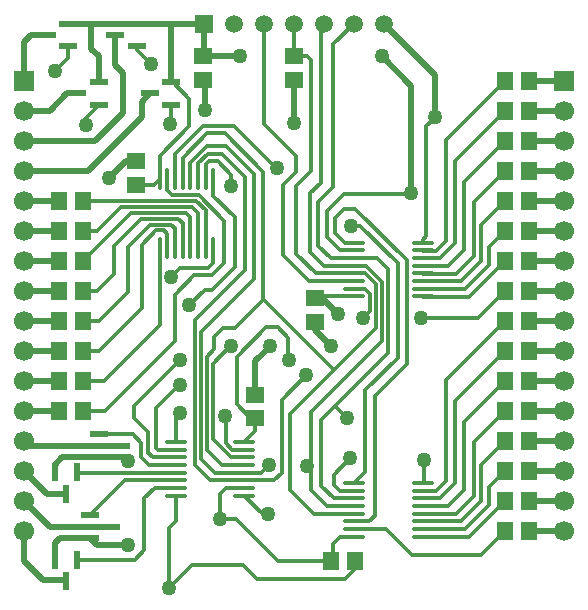
<source format=gtl>
%FSLAX43Y43*%
%MOMM*%
G71*
G01*
G75*
G04 Layer_Physical_Order=1*
G04 Layer_Color=255*
%ADD10R,1.500X1.400*%
%ADD11R,1.600X0.600*%
%ADD12R,0.600X1.600*%
%ADD13R,1.400X1.500*%
%ADD14O,2.000X0.350*%
%ADD15O,0.350X2.000*%
%ADD16C,0.300*%
%ADD17C,0.500*%
%ADD18R,1.700X1.700*%
%ADD19C,1.700*%
%ADD20C,1.500*%
%ADD21R,1.500X1.500*%
%ADD22C,1.270*%
D10*
X21700Y17510D02*
D03*
Y15510D02*
D03*
X11610Y37280D02*
D03*
Y35280D02*
D03*
X24970Y46150D02*
D03*
Y44150D02*
D03*
X26750Y23650D02*
D03*
Y25650D02*
D03*
X17310Y44150D02*
D03*
Y46150D02*
D03*
D11*
X9870Y47960D02*
D03*
X11670Y48910D02*
D03*
Y47010D02*
D03*
X4070Y47960D02*
D03*
X5870Y48910D02*
D03*
Y47010D02*
D03*
X6660Y43000D02*
D03*
X8460Y43950D02*
D03*
Y42050D02*
D03*
X12810Y43000D02*
D03*
X14610Y43950D02*
D03*
Y42050D02*
D03*
X10320Y13180D02*
D03*
X8520Y12230D02*
D03*
Y14130D02*
D03*
X9540Y6320D02*
D03*
X7740Y5370D02*
D03*
Y7270D02*
D03*
D12*
X5670Y9120D02*
D03*
X4720Y10920D02*
D03*
X6620D02*
D03*
X5690Y1730D02*
D03*
X4740Y3530D02*
D03*
X6640D02*
D03*
D13*
X44860Y11030D02*
D03*
X42860D02*
D03*
X44860Y8490D02*
D03*
X42860D02*
D03*
X44860Y18650D02*
D03*
X42860D02*
D03*
X7140Y28810D02*
D03*
X5140D02*
D03*
X7140Y31350D02*
D03*
X5140D02*
D03*
X7140Y33890D02*
D03*
X5140D02*
D03*
X30170Y3450D02*
D03*
X28170D02*
D03*
X44860Y41510D02*
D03*
Y38990D02*
D03*
Y36430D02*
D03*
Y33890D02*
D03*
Y31350D02*
D03*
Y28810D02*
D03*
Y26270D02*
D03*
Y5950D02*
D03*
Y13570D02*
D03*
Y16110D02*
D03*
Y21190D02*
D03*
Y23730D02*
D03*
Y44050D02*
D03*
X42860D02*
D03*
Y41510D02*
D03*
Y38990D02*
D03*
Y36430D02*
D03*
Y33890D02*
D03*
Y31350D02*
D03*
Y28810D02*
D03*
Y26270D02*
D03*
Y23730D02*
D03*
Y21190D02*
D03*
Y16110D02*
D03*
Y13570D02*
D03*
Y5950D02*
D03*
X7140Y26270D02*
D03*
Y23730D02*
D03*
Y21190D02*
D03*
Y18650D02*
D03*
Y16110D02*
D03*
X5140Y23730D02*
D03*
Y21190D02*
D03*
Y18650D02*
D03*
Y16110D02*
D03*
Y26270D02*
D03*
D14*
X30100Y10015D02*
D03*
Y9365D02*
D03*
Y8715D02*
D03*
Y8065D02*
D03*
Y7415D02*
D03*
Y6765D02*
D03*
Y6115D02*
D03*
Y5465D02*
D03*
X35900Y10015D02*
D03*
Y9365D02*
D03*
Y8715D02*
D03*
Y8065D02*
D03*
Y7415D02*
D03*
Y6765D02*
D03*
Y6115D02*
D03*
Y5465D02*
D03*
X20790Y8935D02*
D03*
Y9585D02*
D03*
Y10235D02*
D03*
Y10885D02*
D03*
Y11535D02*
D03*
Y12185D02*
D03*
Y12835D02*
D03*
Y13485D02*
D03*
X14990Y8935D02*
D03*
Y9585D02*
D03*
Y10235D02*
D03*
Y10885D02*
D03*
Y11535D02*
D03*
Y12185D02*
D03*
Y12835D02*
D03*
Y13485D02*
D03*
X30090Y30365D02*
D03*
Y29715D02*
D03*
Y29065D02*
D03*
Y28415D02*
D03*
Y27765D02*
D03*
Y27115D02*
D03*
Y26465D02*
D03*
Y25815D02*
D03*
X35890Y30365D02*
D03*
Y29715D02*
D03*
Y29065D02*
D03*
Y28415D02*
D03*
Y27765D02*
D03*
Y27115D02*
D03*
Y26465D02*
D03*
Y25815D02*
D03*
D15*
X18175Y35750D02*
D03*
X17525D02*
D03*
X16875D02*
D03*
X16225D02*
D03*
X15575D02*
D03*
X14925D02*
D03*
X14275D02*
D03*
X13625D02*
D03*
X18175Y29950D02*
D03*
X17525D02*
D03*
X16875D02*
D03*
X16225D02*
D03*
X15575D02*
D03*
X14925D02*
D03*
X14275D02*
D03*
X13625D02*
D03*
D16*
X26090Y11270D02*
Y11440D01*
X26050Y11230D02*
X26090Y11270D01*
X26050Y11230D02*
X26430D01*
X18720Y6970D02*
X20100D01*
X18720Y7090D02*
Y9040D01*
X20100Y6970D02*
X23650Y3420D01*
X28260D01*
X26915Y25815D02*
X30090D01*
X24585Y20345D02*
X24640Y20400D01*
X24510Y20420D02*
X24585Y20345D01*
X24510Y20420D02*
Y22300D01*
X23610Y23200D02*
X24510Y22300D01*
X24570Y20400D02*
X24640D01*
X22460Y25500D02*
X28365Y19595D01*
X22410Y25500D02*
X22460D01*
X22640Y23200D02*
X23610D01*
X20130Y20690D02*
X22640Y23200D01*
X18990Y23130D02*
X20020D01*
X18220Y22360D02*
X18990Y23130D01*
X18220Y21330D02*
Y22360D01*
X20020Y23130D02*
X22400Y25510D01*
X17590Y20700D02*
X18220Y21330D01*
X17590Y12840D02*
Y20700D01*
X17090Y12060D02*
Y22800D01*
X16590Y11560D02*
Y23790D01*
X20130Y16690D02*
Y20690D01*
X22410Y25500D02*
Y36380D01*
X35890Y30365D02*
Y30610D01*
X36020Y10135D02*
Y11950D01*
X30260Y2810D02*
Y3420D01*
X28850Y5450D02*
X29925D01*
X28270Y4870D02*
X28850Y5450D01*
X28270Y3430D02*
Y4870D01*
X14990Y6770D02*
Y8935D01*
X14440Y6220D02*
X14990Y6770D01*
X14440Y1130D02*
Y6220D01*
X26430Y11230D02*
Y16070D01*
Y9400D02*
Y11230D01*
X20790Y10885D02*
X22215D01*
X22840Y11510D01*
X26430Y16070D02*
X32440Y22080D01*
X26430Y9400D02*
X27765Y8065D01*
X18100Y20100D02*
X19600Y21600D01*
X18100Y13760D02*
Y20100D01*
X16590Y23790D02*
X20840Y28040D01*
X16590Y11560D02*
X17915Y10235D01*
X17090Y22800D02*
X21590Y27300D01*
X17090Y12060D02*
X18265Y10885D01*
X17590Y12840D02*
X18895Y11535D01*
X21700Y15510D02*
X21700Y15510D01*
X21310Y15510D02*
X21700D01*
X20130Y16690D02*
X21310Y15510D01*
X19200Y13367D02*
Y15400D01*
Y13367D02*
X19732Y12835D01*
X20790Y13485D02*
X21700Y14395D01*
Y15510D01*
X28505Y16555D02*
X32960Y21010D01*
X27300Y15350D02*
X28505Y16555D01*
X20790Y10235D02*
X23305D01*
X23960Y10890D01*
Y17070D01*
X26050Y19160D01*
X28505Y16555D02*
X29510Y15550D01*
X19235Y9585D02*
X20790D01*
X13290Y16340D02*
X15310Y18360D01*
X13290Y12990D02*
Y16340D01*
X17525Y35750D02*
Y37031D01*
X17764Y37270D01*
X18550D01*
X19690Y36130D01*
Y35200D02*
Y36130D01*
X20840Y28040D02*
Y35950D01*
X18900Y37890D02*
X20840Y35950D01*
X17677Y37890D02*
X18900D01*
X21590Y27300D02*
Y36190D01*
X19270Y38510D02*
X21590Y36190D01*
X17590Y38510D02*
X19270D01*
X19150Y39640D02*
X22410Y36380D01*
X17670Y39640D02*
X19150D01*
X15575Y37545D02*
X17670Y39640D01*
X15575Y35750D02*
Y37545D01*
X17300Y40240D02*
X19920D01*
X14950Y37890D02*
X17300Y40240D01*
X14950Y35775D02*
Y37890D01*
X19920Y40240D02*
X23580Y36580D01*
X16875Y37088D02*
X17677Y37890D01*
X16225Y37145D02*
X17590Y38510D01*
X14925Y35750D02*
X14950Y35775D01*
X25180Y36360D02*
Y37720D01*
X22460Y40440D02*
X25180Y37720D01*
X22460Y40440D02*
Y48910D01*
X18175Y28665D02*
Y29950D01*
X17710Y28200D02*
X18175Y28665D01*
X15350Y28200D02*
X17710D01*
X14620Y27470D02*
X15350Y28200D01*
X37860Y39050D02*
X42860Y44050D01*
X37860Y30520D02*
Y39050D01*
X37025Y29685D02*
X37860Y30520D01*
X24650Y15880D02*
X31940Y23170D01*
X28370Y10730D02*
X29760Y12120D01*
X28855Y9365D02*
X30100D01*
X28370Y9850D02*
X28855Y9365D01*
X28370Y9850D02*
Y10730D01*
X28375Y8715D02*
X30100D01*
X27300Y9790D02*
X28375Y8715D01*
X27300Y9790D02*
Y15350D01*
X31020Y17850D02*
X33800Y20630D01*
X31020Y10935D02*
Y17850D01*
X30100Y10015D02*
X31020Y10935D01*
X31375Y6765D02*
X31840Y7230D01*
Y17420D01*
X34540Y20120D01*
X29210Y34520D02*
X34880D01*
X27760Y33070D02*
X29210Y34520D01*
X27760Y30850D02*
Y33070D01*
Y30850D02*
X28895Y29715D01*
X30090D01*
X29285Y30365D02*
X30090D01*
X28440Y31210D02*
X29285Y30365D01*
X28440Y31210D02*
Y32440D01*
X29230Y33230D01*
X30170D01*
X29820Y31810D02*
X30610D01*
X14610Y40460D02*
Y42050D01*
X14540Y40390D02*
X14610Y40460D01*
X16130Y40210D02*
Y42570D01*
X13625Y37705D02*
X16130Y40210D01*
X22355Y7370D02*
X22770D01*
X20790Y8935D02*
X22355Y7370D01*
X33800Y20630D02*
Y28620D01*
X30610Y31810D02*
X33800Y28620D01*
X34540Y20120D02*
Y28860D01*
X30170Y33230D02*
X34540Y28860D01*
X27060Y33820D02*
X28320Y35080D01*
X27060Y30100D02*
Y33820D01*
Y30100D02*
X28095Y29065D01*
X26080Y46150D02*
X26440Y45790D01*
Y36440D02*
Y45790D01*
X25190Y35190D02*
X26440Y36440D01*
X27260Y48630D02*
X27540Y48910D01*
X27260Y35460D02*
Y48630D01*
X26340Y34540D02*
X27260Y35460D01*
X28320Y47150D02*
X30080Y48910D01*
X28320Y35080D02*
Y47150D01*
X25190Y29420D02*
Y35190D01*
X26340Y29580D02*
Y34540D01*
X26305Y27115D02*
X30090D01*
X24070Y29350D02*
X26305Y27115D01*
X24070Y29350D02*
Y35250D01*
X25180Y36360D01*
X26845Y27765D02*
X30090D01*
X25190Y29420D02*
X26845Y27765D01*
X32055Y29065D02*
X32960Y28160D01*
Y21010D02*
Y28160D01*
X31120Y28390D02*
X32440Y27070D01*
Y22080D02*
Y27070D01*
X31007Y27765D02*
X31940Y26832D01*
Y23170D02*
Y26832D01*
X31007Y26465D02*
X31440Y26032D01*
Y24550D02*
Y26032D01*
X30880Y23990D02*
X31440Y24550D01*
X30115Y28390D02*
X31120D01*
X30090Y27765D02*
X31007D01*
X30090Y26465D02*
X31007D01*
X23580Y36580D02*
Y36700D01*
X13155Y35280D02*
X13625Y35750D01*
X11610Y35280D02*
X13155D01*
X16875Y35750D02*
Y37088D01*
X16225Y35750D02*
Y37145D01*
X14750Y43950D02*
X16130Y42570D01*
X14610Y43950D02*
X14750D01*
X13625Y35750D02*
Y37705D01*
X5870Y45990D02*
Y47010D01*
X4780Y44900D02*
X5870Y45990D01*
X19732Y12835D02*
X20790D01*
X18100Y13760D02*
X19670Y12190D01*
X7350Y40940D02*
X8460Y42050D01*
X7350Y40360D02*
Y40940D01*
X14990Y15590D02*
X15360Y15960D01*
X14990Y13485D02*
Y15590D01*
X11670Y46720D02*
X12920Y45470D01*
X13290Y12990D02*
X13445Y12835D01*
X14990D01*
X11460Y16540D02*
X15380Y20460D01*
X11460Y15490D02*
Y16540D01*
Y15490D02*
X12650Y14300D01*
Y12600D02*
Y14300D01*
Y12600D02*
X13065Y12185D01*
X14990D01*
X12735Y11535D02*
X14990D01*
X12060Y12210D02*
X12735Y11535D01*
X12060Y12210D02*
Y13420D01*
X11350Y14130D02*
X12060Y13420D01*
X8520Y14130D02*
X11350D01*
X30100Y6765D02*
X31375D01*
X37860Y10200D02*
Y18730D01*
X37025Y9365D02*
X37860Y10200D01*
X18175Y34325D02*
Y35750D01*
Y34325D02*
X19980Y32520D01*
Y28330D02*
Y32520D01*
X18030Y26380D02*
X19980Y28330D01*
X17430Y26380D02*
X18030D01*
X16140Y25090D02*
X17430Y26380D01*
X14900Y25930D02*
X16558Y27587D01*
X14900Y22000D02*
Y25930D01*
X18058Y27587D02*
X19110Y28640D01*
X16558Y27587D02*
X18058D01*
X19110Y28640D02*
Y32237D01*
X16947Y34400D02*
X19110Y32237D01*
X19670Y12190D02*
X20545D01*
X18895Y11535D02*
X20690D01*
X18265Y10885D02*
X20790D01*
X17915Y10235D02*
X20790D01*
X30090Y28415D02*
X30115Y28390D01*
X30075Y28400D02*
X30090Y28415D01*
X27520Y28400D02*
X30075D01*
X26340Y29580D02*
X27520Y28400D01*
X24650Y9440D02*
Y15880D01*
X27765Y8065D02*
X30100D01*
X26675Y7415D02*
X30100D01*
X24650Y9440D02*
X26675Y7415D01*
X30090Y29065D02*
X32055D01*
X40590Y24000D02*
X42860Y26270D01*
X35750Y24000D02*
X40590D01*
X24970Y46150D02*
X26080D01*
X28095Y29065D02*
X30090D01*
X25000Y46180D02*
Y48910D01*
X40850Y3940D02*
X42860Y5950D01*
X35900Y6115D02*
X39435D01*
X39835Y5465D02*
X42860Y8490D01*
X35900Y6765D02*
X39145D01*
X40850Y8470D01*
Y11560D01*
X42860Y13570D01*
X30100Y6115D02*
X32825D01*
X35000Y3940D01*
X40850D01*
X35900Y5465D02*
X39835D01*
X40210Y13460D02*
X42860Y16110D01*
X35900Y7415D02*
X38735D01*
X40210Y8890D01*
Y13460D01*
X39435Y6115D02*
X41510Y8190D01*
Y9680D01*
X42860Y11030D01*
X35900Y8065D02*
X38045D01*
X39400Y9420D01*
Y15190D01*
X42860Y18650D01*
X35900Y8715D02*
X37315D01*
X38610Y10010D01*
Y16940D01*
X42860Y21190D01*
X35900Y9365D02*
X37025D01*
X37860Y18730D02*
X42860Y23730D01*
X35900Y29685D02*
X37025D01*
X38610Y37260D02*
X42860Y41510D01*
X35900Y29035D02*
X37315D01*
X39400Y35510D02*
X42860Y38970D01*
X38045Y28385D02*
X39400Y29740D01*
X35900Y28385D02*
X38045D01*
X41510Y30000D02*
X42860Y31350D01*
X41510Y28510D02*
Y30000D01*
X39435Y26435D02*
X41510Y28510D01*
X40210Y29210D02*
Y33780D01*
X38735Y27735D02*
X40210Y29210D01*
X35900Y27735D02*
X38735D01*
X40210Y33780D02*
X42860Y36430D01*
X35900Y25785D02*
X39835D01*
X40850Y31880D02*
X42860Y33890D01*
X40850Y28790D02*
Y31880D01*
X39145Y27085D02*
X40850Y28790D01*
X35900Y27085D02*
X39145D01*
X39835Y25785D02*
X42860Y28810D01*
X35900Y26435D02*
X39435D01*
X17525Y29950D02*
X17530Y29955D01*
Y33110D01*
X16875Y29950D02*
Y32875D01*
X16350Y33400D02*
X16875Y32875D01*
X16225Y29950D02*
Y32555D01*
X15880Y32900D02*
X16225Y32555D01*
X15575Y29950D02*
Y32035D01*
X14925Y29950D02*
Y31575D01*
X15210Y32400D02*
X15575Y32035D01*
X14600Y31900D02*
X14925Y31575D01*
X14275Y29950D02*
Y31075D01*
X13950Y31400D02*
X14275Y31075D01*
X7140Y26270D02*
X7150Y26260D01*
X16740Y33900D02*
X17530Y33110D01*
X7140Y33900D02*
X16740D01*
X39400Y29740D02*
Y35510D01*
X37315Y29035D02*
X38610Y30330D01*
Y37260D01*
X13185Y9585D02*
X14990D01*
X12330Y8730D02*
X13185Y9585D01*
X12330Y4350D02*
Y8730D01*
X11510Y3530D02*
X12330Y4350D01*
X6640Y3530D02*
X11510D01*
X10705Y10235D02*
X14990D01*
X7740Y7270D02*
X10705Y10235D01*
X6655Y10885D02*
X14990D01*
X6620Y10920D02*
X6655Y10885D01*
X13625Y23375D02*
Y29950D01*
X8900Y18650D02*
X13625Y23375D01*
X7140Y18650D02*
X8900D01*
X7140Y16110D02*
X9010D01*
X14660Y34400D02*
X16947D01*
X14275Y34785D02*
X14660Y34400D01*
X14275Y34785D02*
Y35750D01*
X13350Y31400D02*
X13950D01*
X12820Y31900D02*
X14600D01*
X12080Y32400D02*
X15210D01*
X7140Y28810D02*
X11230Y32900D01*
X15880D01*
X9010Y16110D02*
X14900Y22000D01*
X7140Y31350D02*
X8340D01*
X10390Y33400D01*
X16350D01*
X12150Y30200D02*
X13350Y31400D01*
X10950Y30030D02*
X12820Y31900D01*
X9730Y30050D02*
X12080Y32400D01*
X7140Y21190D02*
X8490D01*
X12150Y24850D01*
Y30200D01*
X7140Y23730D02*
X8490D01*
X10950Y26190D01*
Y30030D01*
X7140Y26270D02*
X8290D01*
X9730Y27710D01*
Y30050D01*
X35890Y30610D02*
X36210Y30930D01*
Y40210D01*
X36960Y40960D01*
X28260Y3420D02*
X28270Y3430D01*
X18710Y9050D02*
Y9060D01*
X19235Y9585D01*
X29350Y1900D02*
X30260Y2810D01*
X21870Y1900D02*
X29350D01*
X14440Y1130D02*
X16400Y3090D01*
X20680D01*
X21870Y1900D01*
D17*
X26750Y22960D02*
Y23650D01*
Y22960D02*
X28110Y21600D01*
X27400Y25650D02*
X28700Y24350D01*
X21700Y17510D02*
Y20320D01*
X22935Y21555D01*
X10610Y12210D02*
X10950Y11870D01*
X8540Y12210D02*
X10610D01*
X8520Y12230D02*
X8540Y12210D01*
X5390Y12220D02*
X8520D01*
X17310Y44150D02*
X17500Y43960D01*
Y41570D02*
Y43960D01*
X24970Y40490D02*
Y44150D01*
X10780Y37280D02*
X11610D01*
X9360Y35860D02*
X10780Y37280D01*
X7740Y5370D02*
X8320Y4790D01*
X10930D01*
X34900Y34540D02*
Y43600D01*
X32450Y46180D02*
X34900Y43600D01*
X20360Y46150D02*
X20460Y46180D01*
X17310Y46150D02*
X20360D01*
X12090Y41000D02*
Y42280D01*
X7520Y36430D02*
X12090Y41000D01*
X2140Y36430D02*
X7520D01*
X10510Y41330D02*
Y44760D01*
X8150Y38970D02*
X10510Y41330D01*
X2140Y38970D02*
X8150D01*
X44860Y23730D02*
X47860D01*
X44860Y21190D02*
X47860D01*
X44860Y18650D02*
X47860D01*
X44860Y16110D02*
X47860D01*
X44860Y13570D02*
X47860D01*
X44860Y11030D02*
X47860D01*
X44860Y8490D02*
X47860D01*
X44860Y5950D02*
X47860D01*
X44860Y26270D02*
X47860D01*
X44860Y28810D02*
X47860D01*
X44860Y31350D02*
X47860D01*
X44860Y33890D02*
X47860D01*
X44860Y36430D02*
X47860D01*
X44860Y38990D02*
X45820D01*
X45840Y38970D01*
X47860D01*
X44860Y41510D02*
X47860D01*
X44860Y44050D02*
X47860D01*
X4190Y33890D02*
X5140D01*
X2140Y23730D02*
X5140D01*
X2140Y21190D02*
X5140D01*
X2140Y18650D02*
X5140D01*
X2140Y16110D02*
X5140D01*
X4190Y26270D02*
X5140D01*
X4190Y28810D02*
X5140D01*
X4190Y31350D02*
X5140D01*
X32620Y48910D02*
X36960Y44570D01*
X2140Y26270D02*
X4190D01*
X2140Y28810D02*
X4190D01*
X2140Y31350D02*
X4190D01*
X2140Y33890D02*
X4190D01*
X2140Y3420D02*
Y5950D01*
Y3420D02*
X3740Y1820D01*
X5700D01*
X4740Y3530D02*
Y4900D01*
X5210Y5370D01*
X7740D01*
X4720Y10920D02*
Y11550D01*
X5390Y12220D01*
X4310Y6320D02*
X9540D01*
X2140Y8490D02*
X4310Y6320D01*
X4050Y9120D02*
X5670D01*
X2140Y11030D02*
X4050Y9120D01*
X2530Y13180D02*
X10320D01*
X2140Y13570D02*
X2530Y13180D01*
X17380Y46230D02*
Y48910D01*
X2760Y47960D02*
X4070D01*
X2140Y47340D02*
X2760Y47960D01*
X2140Y44050D02*
Y47340D01*
X5790Y43000D02*
X6660D01*
X4300Y41510D02*
X5790Y43000D01*
X2140Y41510D02*
X4300D01*
X8460Y43950D02*
Y46150D01*
X7830Y46780D02*
X8460Y46150D01*
X7830Y46780D02*
Y48910D01*
X5870D02*
X7830D01*
X9870Y45400D02*
Y47960D01*
Y45400D02*
X10510Y44760D01*
X14610Y43950D02*
Y48840D01*
X7830Y48910D02*
X17380D01*
X12090Y42280D02*
X12810Y43000D01*
X36960Y40960D02*
Y44570D01*
D18*
X2140Y44050D02*
D03*
X47860D02*
D03*
D19*
X2140Y41510D02*
D03*
Y38970D02*
D03*
Y36430D02*
D03*
Y33890D02*
D03*
Y31350D02*
D03*
Y28810D02*
D03*
Y26270D02*
D03*
Y23730D02*
D03*
Y21190D02*
D03*
Y18650D02*
D03*
Y16110D02*
D03*
Y13570D02*
D03*
Y11030D02*
D03*
Y8490D02*
D03*
Y5950D02*
D03*
X47860Y41510D02*
D03*
Y38970D02*
D03*
Y36430D02*
D03*
Y33890D02*
D03*
Y31350D02*
D03*
Y28810D02*
D03*
Y26270D02*
D03*
Y23730D02*
D03*
Y21190D02*
D03*
Y18650D02*
D03*
Y16110D02*
D03*
Y13570D02*
D03*
Y11030D02*
D03*
Y8490D02*
D03*
Y5950D02*
D03*
D20*
X32620Y48910D02*
D03*
X30080D02*
D03*
X27540D02*
D03*
X25000D02*
D03*
X19920D02*
D03*
X22460D02*
D03*
D21*
X17380D02*
D03*
D22*
X26090Y11440D02*
D03*
X28110Y21600D02*
D03*
X28700Y24350D02*
D03*
X24570Y20400D02*
D03*
X19620Y21600D02*
D03*
X34900Y34540D02*
D03*
X36000Y11950D02*
D03*
X14440Y1130D02*
D03*
X22930Y21580D02*
D03*
X22840Y11510D02*
D03*
X19190Y15710D02*
D03*
X26050Y19160D02*
D03*
X29510Y15550D02*
D03*
X19690Y35200D02*
D03*
X10950Y11870D02*
D03*
X17500Y41570D02*
D03*
X24970Y40490D02*
D03*
X9360Y35860D02*
D03*
X14620Y27470D02*
D03*
X36910Y40980D02*
D03*
X10930Y4790D02*
D03*
X29760Y12120D02*
D03*
X32450Y46180D02*
D03*
X20460D02*
D03*
X22770Y7370D02*
D03*
X29820Y31810D02*
D03*
X23580Y36700D02*
D03*
X14480Y40450D02*
D03*
X4780Y44900D02*
D03*
X7350Y40360D02*
D03*
X15360Y15960D02*
D03*
X12920Y45470D02*
D03*
X15340Y18330D02*
D03*
X15380Y20460D02*
D03*
X16140Y25090D02*
D03*
X35750Y24000D02*
D03*
X30880Y23990D02*
D03*
X18720Y6970D02*
D03*
M02*

</source>
